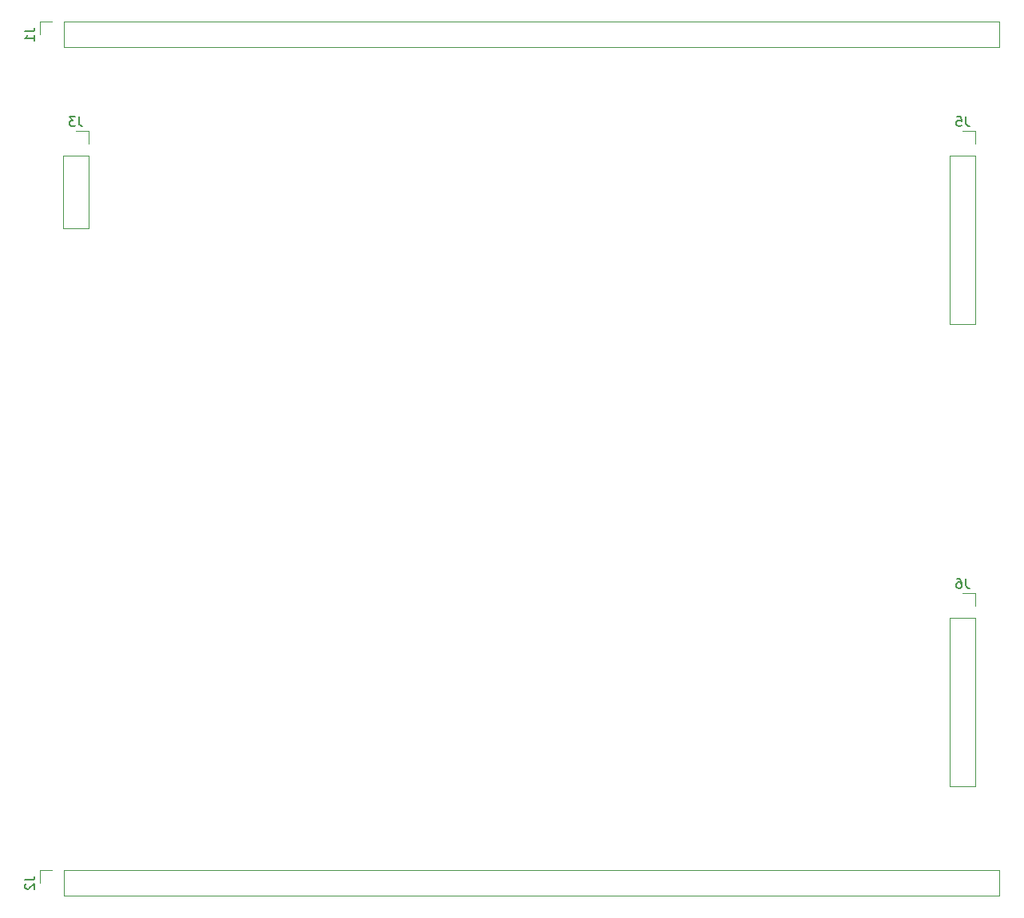
<source format=gbo>
G04 #@! TF.GenerationSoftware,KiCad,Pcbnew,(5.1.9)-1*
G04 #@! TF.CreationDate,2021-10-24T09:52:52-04:00*
G04 #@! TF.ProjectId,microcode,6d696372-6f63-46f6-9465-2e6b69636164,1.0*
G04 #@! TF.SameCoordinates,Original*
G04 #@! TF.FileFunction,Legend,Bot*
G04 #@! TF.FilePolarity,Positive*
%FSLAX46Y46*%
G04 Gerber Fmt 4.6, Leading zero omitted, Abs format (unit mm)*
G04 Created by KiCad (PCBNEW (5.1.9)-1) date 2021-10-24 09:52:52*
%MOMM*%
%LPD*%
G01*
G04 APERTURE LIST*
%ADD10C,0.120000*%
%ADD11C,0.150000*%
%ADD12O,1.700000X1.700000*%
%ADD13R,1.700000X1.700000*%
%ADD14O,1.600000X1.600000*%
%ADD15R,1.600000X1.600000*%
G04 APERTURE END LIST*
D10*
X90230000Y-56270000D02*
X88900000Y-56270000D01*
X90230000Y-57600000D02*
X90230000Y-56270000D01*
X90230000Y-58870000D02*
X87570000Y-58870000D01*
X87570000Y-58870000D02*
X87570000Y-66550000D01*
X90230000Y-58870000D02*
X90230000Y-66550000D01*
X90230000Y-66550000D02*
X87570000Y-66550000D01*
X184230000Y-105270000D02*
X182900000Y-105270000D01*
X184230000Y-106600000D02*
X184230000Y-105270000D01*
X184230000Y-107870000D02*
X181570000Y-107870000D01*
X181570000Y-107870000D02*
X181570000Y-125710000D01*
X184230000Y-107870000D02*
X184230000Y-125710000D01*
X184230000Y-125710000D02*
X181570000Y-125710000D01*
X184230000Y-56270000D02*
X182900000Y-56270000D01*
X184230000Y-57600000D02*
X184230000Y-56270000D01*
X184230000Y-58870000D02*
X181570000Y-58870000D01*
X181570000Y-58870000D02*
X181570000Y-76710000D01*
X184230000Y-58870000D02*
X184230000Y-76710000D01*
X184230000Y-76710000D02*
X181570000Y-76710000D01*
X186790000Y-134670000D02*
X186790000Y-137330000D01*
X87670000Y-134670000D02*
X186790000Y-134670000D01*
X87670000Y-137330000D02*
X186790000Y-137330000D01*
X87670000Y-134670000D02*
X87670000Y-137330000D01*
X86400000Y-134670000D02*
X85070000Y-134670000D01*
X85070000Y-134670000D02*
X85070000Y-136000000D01*
X186790000Y-44670000D02*
X186790000Y-47330000D01*
X87670000Y-44670000D02*
X186790000Y-44670000D01*
X87670000Y-47330000D02*
X186790000Y-47330000D01*
X87670000Y-44670000D02*
X87670000Y-47330000D01*
X86400000Y-44670000D02*
X85070000Y-44670000D01*
X85070000Y-44670000D02*
X85070000Y-46000000D01*
D11*
X89233333Y-54722380D02*
X89233333Y-55436666D01*
X89280952Y-55579523D01*
X89376190Y-55674761D01*
X89519047Y-55722380D01*
X89614285Y-55722380D01*
X88852380Y-54722380D02*
X88233333Y-54722380D01*
X88566666Y-55103333D01*
X88423809Y-55103333D01*
X88328571Y-55150952D01*
X88280952Y-55198571D01*
X88233333Y-55293809D01*
X88233333Y-55531904D01*
X88280952Y-55627142D01*
X88328571Y-55674761D01*
X88423809Y-55722380D01*
X88709523Y-55722380D01*
X88804761Y-55674761D01*
X88852380Y-55627142D01*
X183233333Y-103722380D02*
X183233333Y-104436666D01*
X183280952Y-104579523D01*
X183376190Y-104674761D01*
X183519047Y-104722380D01*
X183614285Y-104722380D01*
X182328571Y-103722380D02*
X182519047Y-103722380D01*
X182614285Y-103770000D01*
X182661904Y-103817619D01*
X182757142Y-103960476D01*
X182804761Y-104150952D01*
X182804761Y-104531904D01*
X182757142Y-104627142D01*
X182709523Y-104674761D01*
X182614285Y-104722380D01*
X182423809Y-104722380D01*
X182328571Y-104674761D01*
X182280952Y-104627142D01*
X182233333Y-104531904D01*
X182233333Y-104293809D01*
X182280952Y-104198571D01*
X182328571Y-104150952D01*
X182423809Y-104103333D01*
X182614285Y-104103333D01*
X182709523Y-104150952D01*
X182757142Y-104198571D01*
X182804761Y-104293809D01*
X183233333Y-54722380D02*
X183233333Y-55436666D01*
X183280952Y-55579523D01*
X183376190Y-55674761D01*
X183519047Y-55722380D01*
X183614285Y-55722380D01*
X182280952Y-54722380D02*
X182757142Y-54722380D01*
X182804761Y-55198571D01*
X182757142Y-55150952D01*
X182661904Y-55103333D01*
X182423809Y-55103333D01*
X182328571Y-55150952D01*
X182280952Y-55198571D01*
X182233333Y-55293809D01*
X182233333Y-55531904D01*
X182280952Y-55627142D01*
X182328571Y-55674761D01*
X182423809Y-55722380D01*
X182661904Y-55722380D01*
X182757142Y-55674761D01*
X182804761Y-55627142D01*
X83522380Y-135666666D02*
X84236666Y-135666666D01*
X84379523Y-135619047D01*
X84474761Y-135523809D01*
X84522380Y-135380952D01*
X84522380Y-135285714D01*
X83617619Y-136095238D02*
X83570000Y-136142857D01*
X83522380Y-136238095D01*
X83522380Y-136476190D01*
X83570000Y-136571428D01*
X83617619Y-136619047D01*
X83712857Y-136666666D01*
X83808095Y-136666666D01*
X83950952Y-136619047D01*
X84522380Y-136047619D01*
X84522380Y-136666666D01*
X83522380Y-45666666D02*
X84236666Y-45666666D01*
X84379523Y-45619047D01*
X84474761Y-45523809D01*
X84522380Y-45380952D01*
X84522380Y-45285714D01*
X84522380Y-46666666D02*
X84522380Y-46095238D01*
X84522380Y-46380952D02*
X83522380Y-46380952D01*
X83665238Y-46285714D01*
X83760476Y-46190476D01*
X83808095Y-46095238D01*
%LPC*%
D12*
X88900000Y-65220000D03*
X88900000Y-62680000D03*
X88900000Y-60140000D03*
D13*
X88900000Y-57600000D03*
D12*
X182900000Y-124380000D03*
X182900000Y-121840000D03*
X182900000Y-119300000D03*
X182900000Y-116760000D03*
X182900000Y-114220000D03*
X182900000Y-111680000D03*
X182900000Y-109140000D03*
D13*
X182900000Y-106600000D03*
D12*
X182900000Y-75380000D03*
X182900000Y-72840000D03*
X182900000Y-70300000D03*
X182900000Y-67760000D03*
X182900000Y-65220000D03*
X182900000Y-62680000D03*
X182900000Y-60140000D03*
D13*
X182900000Y-57600000D03*
D14*
X150560000Y-93800000D03*
X165800000Y-60780000D03*
X150560000Y-91260000D03*
X165800000Y-63320000D03*
X150560000Y-88720000D03*
X165800000Y-65860000D03*
X150560000Y-86180000D03*
X165800000Y-68400000D03*
X150560000Y-83640000D03*
X165800000Y-70940000D03*
X150560000Y-81100000D03*
X165800000Y-73480000D03*
X150560000Y-78560000D03*
X165800000Y-76020000D03*
X150560000Y-76020000D03*
X165800000Y-78560000D03*
X150560000Y-73480000D03*
X165800000Y-81100000D03*
X150560000Y-70940000D03*
X165800000Y-83640000D03*
X150560000Y-68400000D03*
X165800000Y-86180000D03*
X150560000Y-65860000D03*
X165800000Y-88720000D03*
X150560000Y-63320000D03*
X165800000Y-91260000D03*
X150560000Y-60780000D03*
D15*
X165800000Y-93800000D03*
D14*
X123060000Y-93800000D03*
X138300000Y-60780000D03*
X123060000Y-91260000D03*
X138300000Y-63320000D03*
X123060000Y-88720000D03*
X138300000Y-65860000D03*
X123060000Y-86180000D03*
X138300000Y-68400000D03*
X123060000Y-83640000D03*
X138300000Y-70940000D03*
X123060000Y-81100000D03*
X138300000Y-73480000D03*
X123060000Y-78560000D03*
X138300000Y-76020000D03*
X123060000Y-76020000D03*
X138300000Y-78560000D03*
X123060000Y-73480000D03*
X138300000Y-81100000D03*
X123060000Y-70940000D03*
X138300000Y-83640000D03*
X123060000Y-68400000D03*
X138300000Y-86180000D03*
X123060000Y-65860000D03*
X138300000Y-88720000D03*
X123060000Y-63320000D03*
X138300000Y-91260000D03*
X123060000Y-60780000D03*
D15*
X138300000Y-93800000D03*
D14*
X95960000Y-93800000D03*
X111200000Y-60780000D03*
X95960000Y-91260000D03*
X111200000Y-63320000D03*
X95960000Y-88720000D03*
X111200000Y-65860000D03*
X95960000Y-86180000D03*
X111200000Y-68400000D03*
X95960000Y-83640000D03*
X111200000Y-70940000D03*
X95960000Y-81100000D03*
X111200000Y-73480000D03*
X95960000Y-78560000D03*
X111200000Y-76020000D03*
X95960000Y-76020000D03*
X111200000Y-78560000D03*
X95960000Y-73480000D03*
X111200000Y-81100000D03*
X95960000Y-70940000D03*
X111200000Y-83640000D03*
X95960000Y-68400000D03*
X111200000Y-86180000D03*
X95960000Y-65860000D03*
X111200000Y-88720000D03*
X95960000Y-63320000D03*
X111200000Y-91260000D03*
X95960000Y-60780000D03*
D15*
X111200000Y-93800000D03*
D12*
X185460000Y-136000000D03*
X182920000Y-136000000D03*
X180380000Y-136000000D03*
X177840000Y-136000000D03*
X175300000Y-136000000D03*
X172760000Y-136000000D03*
X170220000Y-136000000D03*
X167680000Y-136000000D03*
X165140000Y-136000000D03*
X162600000Y-136000000D03*
X160060000Y-136000000D03*
X157520000Y-136000000D03*
X154980000Y-136000000D03*
X152440000Y-136000000D03*
X149900000Y-136000000D03*
X147360000Y-136000000D03*
X144820000Y-136000000D03*
X142280000Y-136000000D03*
X139740000Y-136000000D03*
X137200000Y-136000000D03*
X134660000Y-136000000D03*
X132120000Y-136000000D03*
X129580000Y-136000000D03*
X127040000Y-136000000D03*
X124500000Y-136000000D03*
X121960000Y-136000000D03*
X119420000Y-136000000D03*
X116880000Y-136000000D03*
X114340000Y-136000000D03*
X111800000Y-136000000D03*
X109260000Y-136000000D03*
X106720000Y-136000000D03*
X104180000Y-136000000D03*
X101640000Y-136000000D03*
X99100000Y-136000000D03*
X96560000Y-136000000D03*
X94020000Y-136000000D03*
X91480000Y-136000000D03*
X88940000Y-136000000D03*
D13*
X86400000Y-136000000D03*
D12*
X185460000Y-46000000D03*
X182920000Y-46000000D03*
X180380000Y-46000000D03*
X177840000Y-46000000D03*
X175300000Y-46000000D03*
X172760000Y-46000000D03*
X170220000Y-46000000D03*
X167680000Y-46000000D03*
X165140000Y-46000000D03*
X162600000Y-46000000D03*
X160060000Y-46000000D03*
X157520000Y-46000000D03*
X154980000Y-46000000D03*
X152440000Y-46000000D03*
X149900000Y-46000000D03*
X147360000Y-46000000D03*
X144820000Y-46000000D03*
X142280000Y-46000000D03*
X139740000Y-46000000D03*
X137200000Y-46000000D03*
X134660000Y-46000000D03*
X132120000Y-46000000D03*
X129580000Y-46000000D03*
X127040000Y-46000000D03*
X124500000Y-46000000D03*
X121960000Y-46000000D03*
X119420000Y-46000000D03*
X116880000Y-46000000D03*
X114340000Y-46000000D03*
X111800000Y-46000000D03*
X109260000Y-46000000D03*
X106720000Y-46000000D03*
X104180000Y-46000000D03*
X101640000Y-46000000D03*
X99100000Y-46000000D03*
X96560000Y-46000000D03*
X94020000Y-46000000D03*
X91480000Y-46000000D03*
X88940000Y-46000000D03*
D13*
X86400000Y-46000000D03*
M02*

</source>
